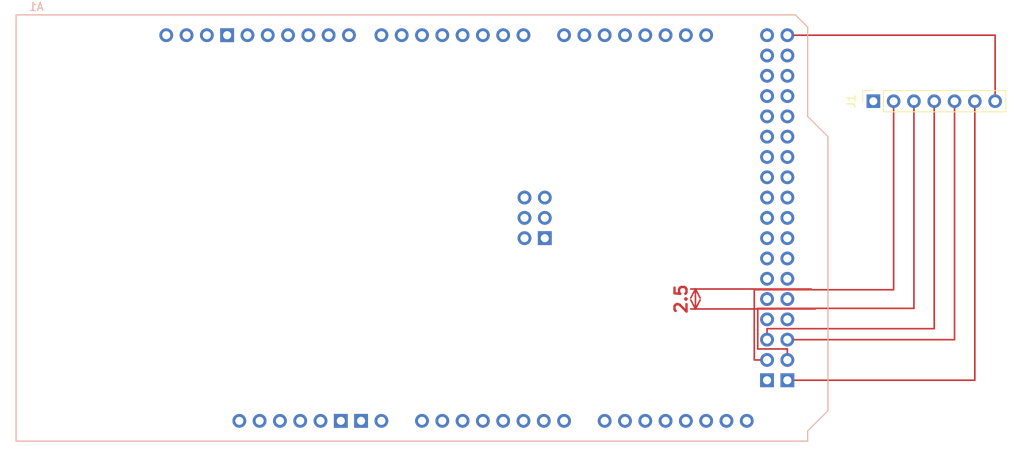
<source format=kicad_pcb>
(kicad_pcb (version 20241229) (generator "pcbnew") (generator_version "9.0")
  (layers (0 "F.Cu" signal) (2 "B.Cu" signal) (13 "F.Paste" user) (15 "B.Paste" user) (5 "F.SilkS" user "F.Silkscreen") (7 "B.SilkS" user "B.Silkscreen") (1 "F.Mask" user) (3 "B.Mask" user) (25 "Edge.Cuts" user))
  (net 0 "")
  (net 86 "Net-(J1-Pin_4)")
  (net 87 "Net-(J1-Pin_7)")
  (net 88 "Net-(J1-Pin_6)")
  (net 89 "Net-(J1-Pin_3)")
  (net 90 "Net-(J1-Pin_5)")
  (net 91 "Net-(A1-D52_CS2)")
  (footprint "Connector_PinSocket_2.54mm:PinSocket_1x07_P2.54mm_Vertical" (layer "F.Cu") (at 151.76 50.5 90)
    (property "Reference" "J1" (at 0 -2.77 90) (layer "F.SilkS"))
    (property "Value" "Conn_01x07_Socket")
    (fp_line (start 1.33 -1.33) (end 1.33 0) (stroke (width 0.12)) (layer "F.SilkS"))
    (fp_line (start 0 -1.33) (end 1.33 -1.33) (stroke (width 0.12)) (layer "F.SilkS"))
    (fp_line (start 1.33 1.27) (end 1.33 16.57) (stroke (width 0.12)) (layer "F.SilkS"))
    (fp_line (start -1.33 1.27) (end 1.33 1.27) (stroke (width 0.12)) (layer "F.SilkS"))
    (fp_line (start -1.33 1.27) (end -1.33 16.57) (stroke (width 0.12)) (layer "F.SilkS"))
    (fp_line (start -1.33 16.57) (end 1.33 16.57) (stroke (width 0.12)) (layer "F.SilkS"))
    (pad "1" thru_hole rect (at 0 0 90) (size 1.7 1.7) (drill 1) (layers "*.Cu" "*.Mask"))
    (pad "2" thru_hole circle (at 0 2.54 90) (size 1.7 1.7) (drill 1) (layers "*.Cu" "*.Mask") (net 91 "Net-(A1-D52_CS2)"))
    (pad "3" thru_hole circle (at 0 5.08 90) (size 1.7 1.7) (drill 1) (layers "*.Cu" "*.Mask") (net 89 "Net-(J1-Pin_3)"))
    (pad "4" thru_hole circle (at 0 7.62 90) (size 1.7 1.7) (drill 1) (layers "*.Cu" "*.Mask") (net 86 "Net-(J1-Pin_4)"))
    (pad "5" thru_hole circle (at 0 10.16 90) (size 1.7 1.7) (drill 1) (layers "*.Cu" "*.Mask") (net 90 "Net-(J1-Pin_5)"))
    (pad "6" thru_hole circle (at 0 12.7 90) (size 1.7 1.7) (drill 1) (layers "*.Cu" "*.Mask") (net 88 "Net-(J1-Pin_6)"))
    (pad "7" thru_hole circle (at 0 15.24 90) (size 1.7 1.7) (drill 1) (layers "*.Cu" "*.Mask") (net 87 "Net-(J1-Pin_7)"))
  )
  (footprint "PCM_arduino-library:Arduino_Due_Shield" (layer "F.Cu") (at 44.48 93.04)
    (property "Reference" "A1" (at 2.54 -54.356 0) (layer "B.SilkS") (effects (justify mirror)))
    (property "Value" "Arduino_Due_Shield" (hide yes))
    (fp_line (start 0 -53.34) (end 0 0) (stroke (width 0.15)) (layer "B.SilkS"))
    (fp_line (start 0 -53.34) (end 97.536 -53.34) (stroke (width 0.15)) (layer "B.SilkS"))
    (fp_line (start 0 0) (end 99.06 0) (stroke (width 0.15)) (layer "B.SilkS"))
    (fp_line (start 97.536 -53.34) (end 99.06 -51.816) (stroke (width 0.15)) (layer "B.SilkS"))
    (fp_line (start 99.06 -40.64) (end 99.06 -51.816) (stroke (width 0.15)) (layer "B.SilkS"))
    (fp_line (start 99.06 -1.27) (end 101.6 -3.81) (stroke (width 0.15)) (layer "B.SilkS"))
    (fp_line (start 99.06 0) (end 99.06 -1.27) (stroke (width 0.15)) (layer "B.SilkS"))
    (fp_line (start 101.6 -38.1) (end 99.06 -40.64) (stroke (width 0.15)) (layer "B.SilkS"))
    (fp_line (start 101.6 -3.81) (end 101.6 -38.1) (stroke (width 0.15)) (layer "B.SilkS"))
    (pad "" np_thru_hole circle (at 13.97 -2.54) (size 3.2 3.2) (drill 3.2) (layers "*.Cu" "*.Mask"))
    (pad "" np_thru_hole circle (at 15.24 -50.8) (size 3.2 3.2) (drill 3.2) (layers "*.Cu" "*.Mask"))
    (pad "" thru_hole oval (at 27.94 -2.54) (size 1.7272 1.7272) (drill 1.016) (layers "*.Cu" "*.Mask"))
    (pad "" np_thru_hole circle (at 66.04 -35.56) (size 3.2 3.2) (drill 3.2) (layers "*.Cu" "*.Mask"))
    (pad "" np_thru_hole circle (at 66.04 -7.62) (size 3.2 3.2) (drill 3.2) (layers "*.Cu" "*.Mask"))
    (pad "" np_thru_hole circle (at 90.17 -50.8) (size 3.2 3.2) (drill 3.2) (layers "*.Cu" "*.Mask"))
    (pad "" np_thru_hole circle (at 96.52 -2.54) (size 3.2 3.2) (drill 3.2) (layers "*.Cu" "*.Mask"))
    (pad "3V3" thru_hole oval (at 35.56 -2.54) (size 1.7272 1.7272) (drill 1.016) (layers "*.Cu" "*.Mask"))
    (pad "5V1" thru_hole oval (at 38.1 -2.54) (size 1.7272 1.7272) (drill 1.016) (layers "*.Cu" "*.Mask"))
    (pad "5V2" thru_hole oval (at 66.167 -30.48) (size 1.7272 1.7272) (drill 1.016) (layers "*.Cu" "*.Mask"))
    (pad "5V3" thru_hole oval (at 93.98 -50.8) (size 1.7272 1.7272) (drill 1.016) (layers "*.Cu" "*.Mask"))
    (pad "5V4" thru_hole oval (at 96.52 -50.8) (size 1.7272 1.7272) (drill 1.016) (layers "*.Cu" "*.Mask") (net 87 "Net-(J1-Pin_7)"))
    (pad "A0" thru_hole oval (at 50.8 -2.54) (size 1.7272 1.7272) (drill 1.016) (layers "*.Cu" "*.Mask"))
    (pad "A1" thru_hole oval (at 53.34 -2.54) (size 1.7272 1.7272) (drill 1.016) (layers "*.Cu" "*.Mask"))
    (pad "A2" thru_hole oval (at 55.88 -2.54) (size 1.7272 1.7272) (drill 1.016) (layers "*.Cu" "*.Mask"))
    (pad "A3" thru_hole oval (at 58.42 -2.54) (size 1.7272 1.7272) (drill 1.016) (layers "*.Cu" "*.Mask"))
    (pad "A4" thru_hole oval (at 60.96 -2.54) (size 1.7272 1.7272) (drill 1.016) (layers "*.Cu" "*.Mask"))
    (pad "A5" thru_hole oval (at 63.5 -2.54) (size 1.7272 1.7272) (drill 1.016) (layers "*.Cu" "*.Mask"))
    (pad "A6" thru_hole oval (at 66.04 -2.54) (size 1.7272 1.7272) (drill 1.016) (layers "*.Cu" "*.Mask"))
    (pad "A7" thru_hole oval (at 68.58 -2.54) (size 1.7272 1.7272) (drill 1.016) (layers "*.Cu" "*.Mask"))
    (pad "A8" thru_hole oval (at 73.66 -2.54) (size 1.7272 1.7272) (drill 1.016) (layers "*.Cu" "*.Mask"))
    (pad "A9" thru_hole oval (at 76.2 -2.54) (size 1.7272 1.7272) (drill 1.016) (layers "*.Cu" "*.Mask"))
    (pad "A10" thru_hole oval (at 78.74 -2.54) (size 1.7272 1.7272) (drill 1.016) (layers "*.Cu" "*.Mask"))
    (pad "A11" thru_hole oval (at 81.28 -2.54) (size 1.7272 1.7272) (drill 1.016) (layers "*.Cu" "*.Mask"))
    (pad "AREF" thru_hole oval (at 23.876 -50.8) (size 1.7272 1.7272) (drill 1.016) (layers "*.Cu" "*.Mask"))
    (pad "CANR" thru_hole oval (at 88.9 -2.54) (size 1.7272 1.7272) (drill 1.016) (layers "*.Cu" "*.Mask"))
    (pad "CANT" thru_hole oval (at 91.44 -2.54) (size 1.7272 1.7272) (drill 1.016) (layers "*.Cu" "*.Mask"))
    (pad "D0" thru_hole oval (at 63.5 -50.8) (size 1.7272 1.7272) (drill 1.016) (layers "*.Cu" "*.Mask"))
    (pad "D1" thru_hole oval (at 60.96 -50.8) (size 1.7272 1.7272) (drill 1.016) (layers "*.Cu" "*.Mask"))
    (pad "D2" thru_hole oval (at 58.42 -50.8) (size 1.7272 1.7272) (drill 1.016) (layers "*.Cu" "*.Mask"))
    (pad "D3" thru_hole oval (at 55.88 -50.8) (size 1.7272 1.7272) (drill 1.016) (layers "*.Cu" "*.Mask"))
    (pad "D4" thru_hole oval (at 53.34 -50.8) (size 1.7272 1.7272) (drill 1.016) (layers "*.Cu" "*.Mask"))
    (pad "D5" thru_hole oval (at 50.8 -50.8) (size 1.7272 1.7272) (drill 1.016) (layers "*.Cu" "*.Mask"))
    (pad "D6" thru_hole oval (at 48.26 -50.8) (size 1.7272 1.7272) (drill 1.016) (layers "*.Cu" "*.Mask"))
    (pad "D7" thru_hole oval (at 45.72 -50.8) (size 1.7272 1.7272) (drill 1.016) (layers "*.Cu" "*.Mask"))
    (pad "D8" thru_hole oval (at 41.656 -50.8) (size 1.7272 1.7272) (drill 1.016) (layers "*.Cu" "*.Mask"))
    (pad "D9" thru_hole oval (at 39.116 -50.8) (size 1.7272 1.7272) (drill 1.016) (layers "*.Cu" "*.Mask"))
    (pad "D10" thru_hole oval (at 36.576 -50.8) (size 1.7272 1.7272) (drill 1.016) (layers "*.Cu" "*.Mask"))
    (pad "D11" thru_hole oval (at 34.036 -50.8) (size 1.7272 1.7272) (drill 1.016) (layers "*.Cu" "*.Mask"))
    (pad "D12" thru_hole oval (at 31.496 -50.8) (size 1.7272 1.7272) (drill 1.016) (layers "*.Cu" "*.Mask"))
    (pad "D13" thru_hole oval (at 28.956 -50.8) (size 1.7272 1.7272) (drill 1.016) (layers "*.Cu" "*.Mask"))
    (pad "D14" thru_hole oval (at 68.58 -50.8) (size 1.7272 1.7272) (drill 1.016) (layers "*.Cu" "*.Mask"))
    (pad "D15" thru_hole oval (at 71.12 -50.8) (size 1.7272 1.7272) (drill 1.016) (layers "*.Cu" "*.Mask"))
    (pad "D16" thru_hole oval (at 73.66 -50.8) (size 1.7272 1.7272) (drill 1.016) (layers "*.Cu" "*.Mask"))
    (pad "D17" thru_hole oval (at 76.2 -50.8) (size 1.7272 1.7272) (drill 1.016) (layers "*.Cu" "*.Mask"))
    (pad "D18" thru_hole oval (at 78.74 -50.8) (size 1.7272 1.7272) (drill 1.016) (layers "*.Cu" "*.Mask"))
    (pad "D19" thru_hole oval (at 81.28 -50.8) (size 1.7272 1.7272) (drill 1.016) (layers "*.Cu" "*.Mask"))
    (pad "D20" thru_hole oval (at 83.82 -50.8) (size 1.7272 1.7272) (drill 1.016) (layers "*.Cu" "*.Mask"))
    (pad "D21" thru_hole oval (at 86.36 -50.8) (size 1.7272 1.7272) (drill 1.016) (layers "*.Cu" "*.Mask"))
    (pad "D22" thru_hole oval (at 93.98 -48.26) (size 1.7272 1.7272) (drill 1.016) (layers "*.Cu" "*.Mask"))
    (pad "D23" thru_hole oval (at 96.52 -48.26) (size 1.7272 1.7272) (drill 1.016) (layers "*.Cu" "*.Mask"))
    (pad "D24" thru_hole oval (at 93.98 -45.72) (size 1.7272 1.7272) (drill 1.016) (layers "*.Cu" "*.Mask"))
    (pad "D25" thru_hole oval (at 96.52 -45.72) (size 1.7272 1.7272) (drill 1.016) (layers "*.Cu" "*.Mask"))
    (pad "D26" thru_hole oval (at 93.98 -43.18) (size 1.7272 1.7272) (drill 1.016) (layers "*.Cu" "*.Mask"))
    (pad "D27" thru_hole oval (at 96.52 -43.18) (size 1.7272 1.7272) (drill 1.016) (layers "*.Cu" "*.Mask"))
    (pad "D28" thru_hole oval (at 93.98 -40.64) (size 1.7272 1.7272) (drill 1.016) (layers "*.Cu" "*.Mask"))
    (pad "D29" thru_hole oval (at 96.52 -40.64) (size 1.7272 1.7272) (drill 1.016) (layers "*.Cu" "*.Mask"))
    (pad "D30" thru_hole oval (at 93.98 -38.1) (size 1.7272 1.7272) (drill 1.016) (layers "*.Cu" "*.Mask"))
    (pad "D31" thru_hole oval (at 96.52 -38.1) (size 1.7272 1.7272) (drill 1.016) (layers "*.Cu" "*.Mask"))
    (pad "D32" thru_hole oval (at 93.98 -35.56) (size 1.7272 1.7272) (drill 1.016) (layers "*.Cu" "*.Mask"))
    (pad "D33" thru_hole oval (at 96.52 -35.56) (size 1.7272 1.7272) (drill 1.016) (layers "*.Cu" "*.Mask"))
    (pad "D34" thru_hole oval (at 93.98 -33.02) (size 1.7272 1.7272) (drill 1.016) (layers "*.Cu" "*.Mask"))
    (pad "D35" thru_hole oval (at 96.52 -33.02) (size 1.7272 1.7272) (drill 1.016) (layers "*.Cu" "*.Mask"))
    (pad "D36" thru_hole oval (at 93.98 -30.48) (size 1.7272 1.7272) (drill 1.016) (layers "*.Cu" "*.Mask"))
    (pad "D37" thru_hole oval (at 96.52 -30.48) (size 1.7272 1.7272) (drill 1.016) (layers "*.Cu" "*.Mask"))
    (pad "D38" thru_hole oval (at 93.98 -27.94) (size 1.7272 1.7272) (drill 1.016) (layers "*.Cu" "*.Mask"))
    (pad "D39" thru_hole oval (at 96.52 -27.94) (size 1.7272 1.7272) (drill 1.016) (layers "*.Cu" "*.Mask"))
    (pad "D40" thru_hole oval (at 93.98 -25.4) (size 1.7272 1.7272) (drill 1.016) (layers "*.Cu" "*.Mask"))
    (pad "D41" thru_hole oval (at 96.52 -25.4) (size 1.7272 1.7272) (drill 1.016) (layers "*.Cu" "*.Mask"))
    (pad "D42" thru_hole oval (at 93.98 -22.86) (size 1.7272 1.7272) (drill 1.016) (layers "*.Cu" "*.Mask"))
    (pad "D43" thru_hole oval (at 96.52 -22.86) (size 1.7272 1.7272) (drill 1.016) (layers "*.Cu" "*.Mask"))
    (pad "D44" thru_hole oval (at 93.98 -20.32) (size 1.7272 1.7272) (drill 1.016) (layers "*.Cu" "*.Mask"))
    (pad "D45" thru_hole oval (at 96.52 -20.32) (size 1.7272 1.7272) (drill 1.016) (layers "*.Cu" "*.Mask"))
    (pad "D46" thru_hole oval (at 93.98 -17.78) (size 1.7272 1.7272) (drill 1.016) (layers "*.Cu" "*.Mask"))
    (pad "D47" thru_hole oval (at 96.52 -17.78) (size 1.7272 1.7272) (drill 1.016) (layers "*.Cu" "*.Mask"))
    (pad "D48" thru_hole oval (at 93.98 -15.24) (size 1.7272 1.7272) (drill 1.016) (layers "*.Cu" "*.Mask"))
    (pad "D49" thru_hole oval (at 96.52 -15.24) (size 1.7272 1.7272) (drill 1.016) (layers "*.Cu" "*.Mask"))
    (pad "D50" thru_hole oval (at 93.98 -12.7) (size 1.7272 1.7272) (drill 1.016) (layers "*.Cu" "*.Mask") (net 86 "Net-(J1-Pin_4)"))
    (pad "D51" thru_hole oval (at 96.52 -12.7) (size 1.7272 1.7272) (drill 1.016) (layers "*.Cu" "*.Mask") (net 90 "Net-(J1-Pin_5)"))
    (pad "D52" thru_hole oval (at 93.98 -10.16) (size 1.7272 1.7272) (drill 1.016) (layers "*.Cu" "*.Mask") (net 91 "Net-(A1-D52_CS2)"))
    (pad "D53" thru_hole oval (at 96.52 -10.16) (size 1.7272 1.7272) (drill 1.016) (layers "*.Cu" "*.Mask") (net 89 "Net-(J1-Pin_3)"))
    (pad "DAC0" thru_hole oval (at 83.82 -2.54) (size 1.7272 1.7272) (drill 1.016) (layers "*.Cu" "*.Mask"))
    (pad "DAC1" thru_hole oval (at 86.36 -2.54) (size 1.7272 1.7272) (drill 1.016) (layers "*.Cu" "*.Mask"))
    (pad "GND1" thru_hole rect (at 26.416 -50.8) (size 1.7272 1.7272) (drill 1.016) (layers "*.Cu" "*.Mask"))
    (pad "GND2" thru_hole rect (at 40.64 -2.54) (size 1.7272 1.7272) (drill 1.016) (layers "*.Cu" "*.Mask"))
    (pad "GND3" thru_hole rect (at 43.18 -2.54) (size 1.7272 1.7272) (drill 1.016) (layers "*.Cu" "*.Mask"))
    (pad "GND4" thru_hole rect (at 66.167 -25.4) (size 1.7272 1.7272) (drill 1.016) (layers "*.Cu" "*.Mask"))
    (pad "GND5" thru_hole rect (at 93.98 -7.62) (size 1.7272 1.7272) (drill 1.016) (layers "*.Cu" "*.Mask"))
    (pad "GND6" thru_hole rect (at 96.52 -7.62) (size 1.7272 1.7272) (drill 1.016) (layers "*.Cu" "*.Mask") (net 88 "Net-(J1-Pin_6)"))
    (pad "IORF" thru_hole oval (at 30.48 -2.54) (size 1.7272 1.7272) (drill 1.016) (layers "*.Cu" "*.Mask"))
    (pad "MISO" thru_hole oval (at 63.627 -30.48) (size 1.7272 1.7272) (drill 1.016) (layers "*.Cu" "*.Mask"))
    (pad "MOSI" thru_hole oval (at 66.167 -27.94) (size 1.7272 1.7272) (drill 1.016) (layers "*.Cu" "*.Mask"))
    (pad "RST1" thru_hole oval (at 33.02 -2.54) (size 1.7272 1.7272) (drill 1.016) (layers "*.Cu" "*.Mask"))
    (pad "RST2" thru_hole oval (at 63.627 -25.4) (size 1.7272 1.7272) (drill 1.016) (layers "*.Cu" "*.Mask"))
    (pad "SCK" thru_hole oval (at 63.627 -27.94) (size 1.7272 1.7272) (drill 1.016) (layers "*.Cu" "*.Mask"))
    (pad "SCL1" thru_hole oval (at 18.796 -50.8) (size 1.7272 1.7272) (drill 1.016) (layers "*.Cu" "*.Mask"))
    (pad "SDA1" thru_hole oval (at 21.336 -50.8) (size 1.7272 1.7272) (drill 1.016) (layers "*.Cu" "*.Mask"))
    (pad "VIN" thru_hole oval (at 45.72 -2.54) (size 1.7272 1.7272) (drill 1.016) (layers "*.Cu" "*.Mask"))
  )
  (dimension (type orthogonal) (layer "F.Cu") (pts (xy 144.5 74) (xy 145 76.5)) (height -15) (orientation 1) (format (prefix "") (suffix "") (units 3) (units_format 0) (precision 4) (suppress_zeroes yes)) (style (thickness 0.2) (arrow_length 1.27) (text_position_mode 0) (arrow_direction outward) (extension_height 0.58642) (extension_offset 0.5) (keep_text_aligned yes)) (gr_text "2,5" (at 127.7 75.25 90) (layer "F.Cu") (effects (font (size 1.5 1.5) (thickness 0.3)))))
  (segment (start 138.46 80.34) (end 138.46 78.9653) (width 0.2) (layer "F.Cu") (net 86))
  (segment (start 138.46 78.9653) (end 159.38 78.9653) (width 0.2) (layer "F.Cu") (net 86))
  (segment (start 159.38 78.9653) (end 159.38 50.5) (width 0.2) (layer "F.Cu") (net 86))
  (segment (start 167 50.5) (end 167 42.24) (width 0.2) (layer "F.Cu") (net 87))
  (segment (start 167 42.24) (end 141 42.24) (width 0.2) (layer "F.Cu") (net 87))
  (segment (start 164.46 50.5) (end 164.46 85.42) (width 0.2) (layer "F.Cu") (net 88))
  (segment (start 164.46 85.42) (end 141 85.42) (width 0.2) (layer "F.Cu") (net 88))
  (segment (start 137.2947 81.5053) (end 137.2947 76.4253) (width 0.2) (layer "F.Cu") (net 89))
  (segment (start 156.84 76.4253) (end 156.84 50.5) (width 0.2) (layer "F.Cu") (net 89))
  (segment (start 137.2947 76.4253) (end 156.84 76.4253) (width 0.2) (layer "F.Cu") (net 89))
  (segment (start 141 82.88) (end 141 81.5053) (width 0.2) (layer "F.Cu") (net 89))
  (segment (start 141 81.5053) (end 137.2947 81.5053) (width 0.2) (layer "F.Cu") (net 89))
  (segment (start 161.92 80.34) (end 141 80.34) (width 0.2) (layer "F.Cu") (net 90))
  (segment (start 161.92 50.5) (end 161.92 80.34) (width 0.2) (layer "F.Cu") (net 90))
  (segment (start 136.8595 82.88) (end 136.8595 74.0947) (width 0.2) (layer "F.Cu") (net 91))
  (segment (start 136.8595 74.0947) (end 154.3 74.0947) (width 0.2) (layer "F.Cu") (net 91))
  (segment (start 154.3 74.0947) (end 154.3 50.5) (width 0.2) (layer "F.Cu") (net 91))
  (segment (start 138.46 82.88) (end 136.8595 82.88) (width 0.2) (layer "F.Cu") (net 91))
)
</source>
